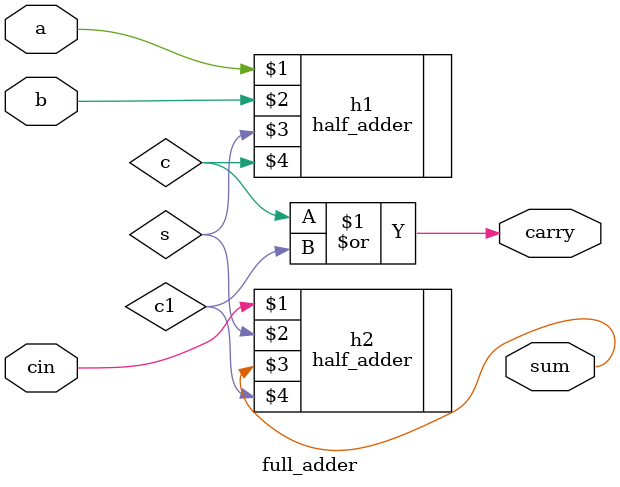
<source format=v>
module full_adder(input a,b,cin,output sum,carry);
wire c,c1,s;
half_adder h1(a,b,s,c);
half_adder h2(cin,s,sum,c1);
or o1(carry,c,c1);
endmodule
</source>
